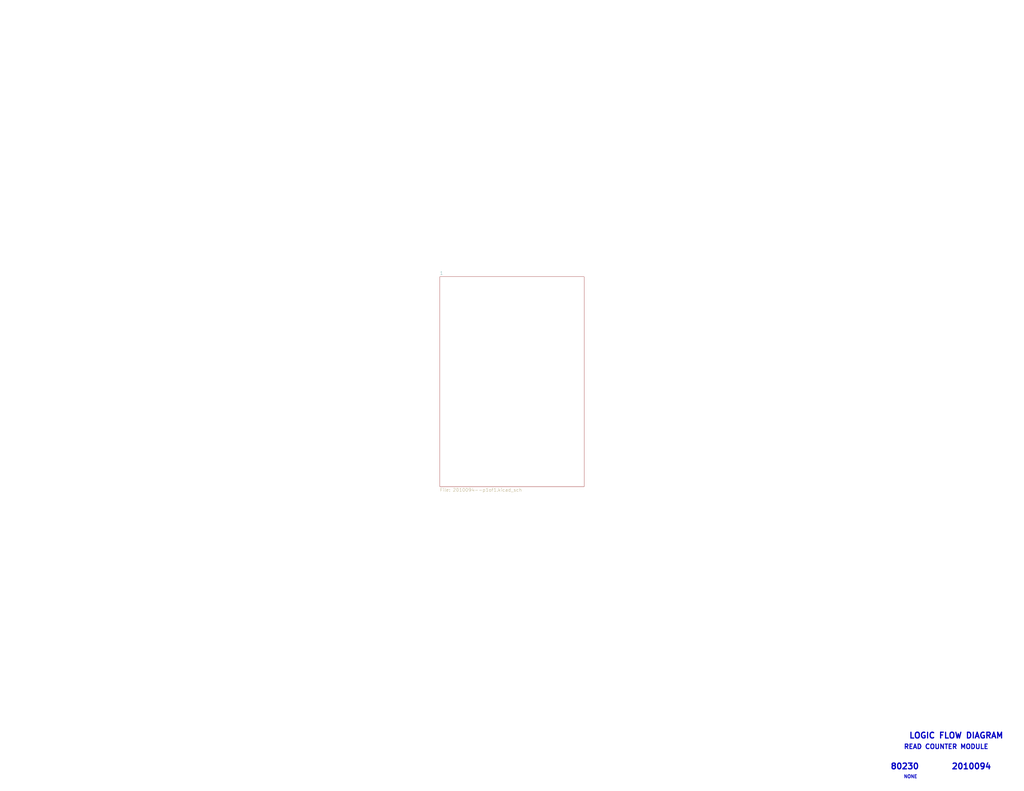
<source format=kicad_sch>
(kicad_sch (version 20211123) (generator eeschema)
  (paper "User" 1117.6 863.6)
  (lib_symbols)
  (text "READ COUNTER MODULE" (at 986.155 818.515 0) (effects (font (size 5.08 5.08) (thickness 1.016) bold) (justify left bottom)))
  (text "LOGIC FLOW DIAGRAM" (at 991.87 807.085 0) (effects (font (size 6.35 6.35) (thickness 1.27) bold) (justify left bottom)))
  (text "NONE" (at 986.155 850.265 0) (effects (font (size 3.556 3.556) (thickness 0.7112) bold) (justify left bottom)))
  (text "80230" (at 971.55 840.74 0) (effects (font (size 6.35 6.35) (thickness 1.27) bold) (justify left bottom)))
  (text "2010094" (at 1038.225 840.74 0) (effects (font (size 6.35 6.35) (thickness 1.27) bold) (justify left bottom)))
  (sheet (at 480.06 302.26) (size 157.48 229.235)
    (property "Sheet name" "1" (at 480.06 300.4054 0) (effects (font (size 3.556 3.556)) (justify left bottom)))
    (property "Sheet file" "2010094--p1of1.kicad_sch" (at 480.06 532.994 0) (effects (font (size 3.556 3.556)) (justify left top)))
  )
)
</source>
